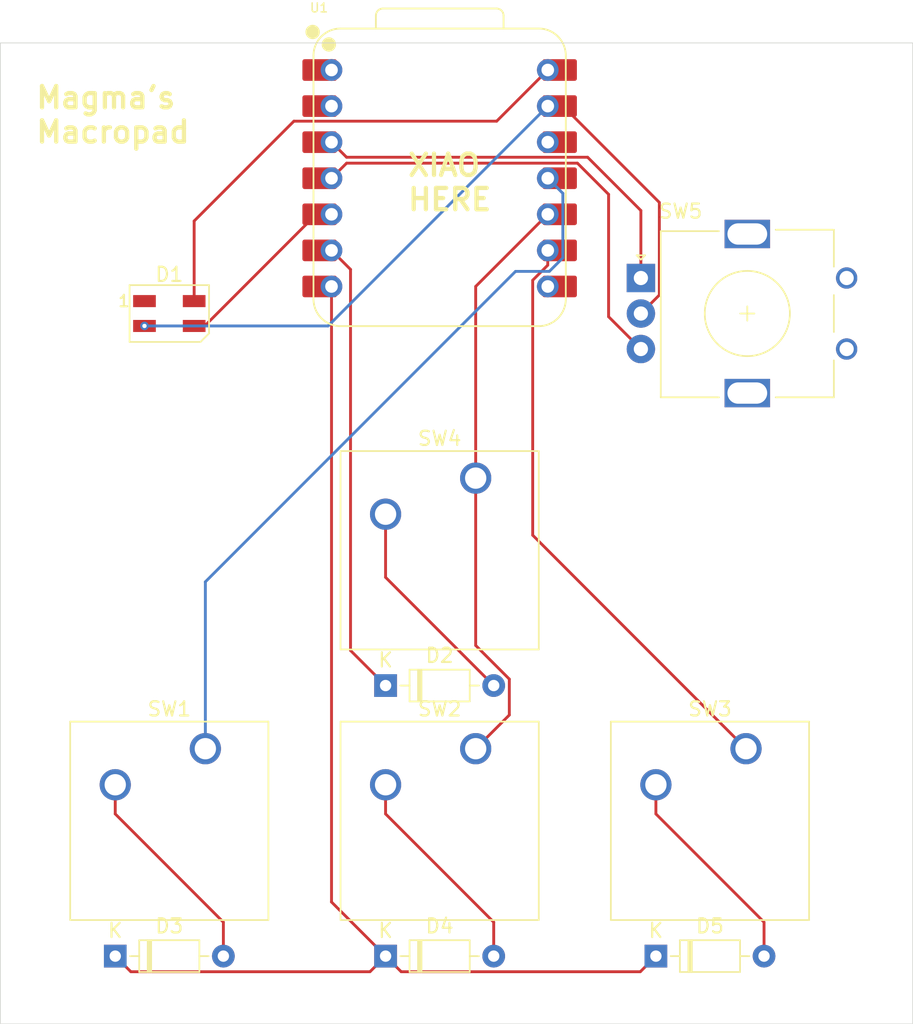
<source format=kicad_pcb>
(kicad_pcb (version 20240108) (generator "pcbnew") (generator_version "8.0")
  (layers (0 "F.Cu" signal) (31 "B.Cu" signal) (34 "B.Paste" user) (35 "F.Paste" user) (36 "B.SilkS" user "B.Silkscreen") (37 "F.SilkS" user "F.Silkscreen") (38 "B.Mask" user) (39 "F.Mask" user) (44 "Edge.Cuts" user))
  (net 0 "")
  (net 1 "Net-(D1-DIN)")
  (net 3 "GND")
  (net 4 "+5V")
  (net 5 "Net-(D2-A)")
  (net 6 "Row0")
  (net 7 "Row1")
  (net 8 "Net-(D3-A)")
  (net 9 "Net-(D4-A)")
  (net 10 "Net-(D5-A)")
  (net 11 "Column0")
  (net 12 "Column1")
  (net 13 "Column2")
  (net 14 "encoder B")
  (net 15 "encoder A")
  (footprint "Button_Switch_Keyboard:SW_Cherry_MX_1.00u_PCB" (layer "F.Cu") (at 85.88375 104.4575)
    (property "Reference" "SW1" (at -2.54 -2.794 0) (layer "F.SilkS"))
    (property "Value" "SW_Push")
    (fp_line (start -9.525 -1.905) (end 4.445 -1.905) (stroke (width 0.12)) (layer "F.SilkS"))
    (fp_line (start -9.525 12.065) (end -9.525 -1.905) (stroke (width 0.12)) (layer "F.SilkS"))
    (fp_line (start 4.445 -1.905) (end 4.445 12.065) (stroke (width 0.12)) (layer "F.SilkS"))
    (fp_line (start 4.445 12.065) (end -9.525 12.065) (stroke (width 0.12)) (layer "F.SilkS"))
    (pad "" np_thru_hole circle (at -7.62 5.08) (size 1.7 1.7) (drill 1.7) (layers "*.Cu" "*.Mask"))
    (pad "" np_thru_hole circle (at -2.54 5.08) (size 4 4) (drill 4) (layers "*.Cu" "*.Mask"))
    (pad "" np_thru_hole circle (at 2.54 5.08) (size 1.7 1.7) (drill 1.7) (layers "*.Cu" "*.Mask"))
    (pad "1" thru_hole circle (at 0 0) (size 2.2 2.2) (drill 1.5) (layers "*.Cu" "*.Mask") (net 11 "Column0"))
    (pad "2" thru_hole circle (at -6.35 2.54) (size 2.2 2.2) (drill 1.5) (layers "*.Cu" "*.Mask") (net 8 "Net-(D3-A)"))
  )
  (footprint "OPL:XIAO-RP2040-DIP" (layer "F.Cu") (at 102.39375 64.29375)
    (property "Reference" "U1" (at -8.5 -12 0) (layer "F.SilkS") (effects (font (size 0.635 0.635) (thickness 0.1016))))
    (property "Value" "XIAO-RP2040-DIP")
    (fp_line (start -8.89 8.509) (end -8.89 -8.636) (stroke (width 0.127)) (layer "F.SilkS"))
    (fp_line (start -6.985 10.414) (end 6.985 10.414) (stroke (width 0.127)) (layer "F.SilkS"))
    (fp_line (start -4.495 -10.541) (end -4.491272 -11.451272) (stroke (width 0.127)) (layer "F.SilkS"))
    (fp_line (start -3.991272 -11.951) (end 4.004 -11.951) (stroke (width 0.127)) (layer "F.SilkS"))
    (fp_line (start 4.504 -11.451) (end 4.504 -10.541) (stroke (width 0.127)) (layer "F.SilkS"))
    (fp_line (start 6.985 -10.541) (end -6.985 -10.541) (stroke (width 0.1)) (layer "F.SilkS"))
    (fp_line (start 6.985 -10.541) (end -6.985 -10.541) (stroke (width 0.127)) (layer "F.SilkS"))
    (fp_line (start 8.89 8.509) (end 8.89 -8.636) (stroke (width 0.127)) (layer "F.SilkS"))
    (fp_arc (start -8.89 -8.636) (mid -8.332038 -9.983038) (end -6.985 -10.541) (stroke (width 0.127)) (layer "F.SilkS"))
    (fp_arc (start -6.985 10.414) (mid -8.332038 9.856038) (end -8.89 8.509) (stroke (width 0.127)) (layer "F.SilkS"))
    (fp_arc (start -4.491272 -11.451272) (mid -4.344724 -11.804644) (end -3.991272 -11.951) (stroke (width 0.127)) (layer "F.SilkS"))
    (fp_arc (start 4.004 -11.951) (mid 4.357553 -11.804553) (end 4.504 -11.451) (stroke (width 0.127)) (layer "F.SilkS"))
    (fp_arc (start 6.985 -10.541) (mid 8.332038 -9.983038) (end 8.89 -8.636) (stroke (width 0.127)) (layer "F.SilkS"))
    (fp_arc (start 8.89 8.509) (mid 8.332038 9.856038) (end 6.985 10.414) (stroke (width 0.127)) (layer "F.SilkS"))
    (fp_circle (center -8.95 -10.3) (end -8.95 -10.554) (stroke (width 0.5)) (fill solid) (layer "F.SilkS"))
    (fp_circle (center -7.807 -9.42) (end -7.807 -9.674) (stroke (width 0.5)) (fill solid) (layer "F.SilkS"))
    (pad "1" smd roundrect (at -8.455 -7.62 180) (size 2.432 1.524) (layers "F.Cu" "F.Mask") (roundrect_rratio 0.1))
    (pad "1" thru_hole circle (at -7.62 -7.62 180) (size 1.524 1.524) (drill 0.889) (layers "*.Cu" "*.Mask"))
    (pad "2" smd roundrect (at -8.455 -5.08 180) (size 2.432 1.524) (layers "F.Cu" "F.Mask") (roundrect_rratio 0.1))
    (pad "2" thru_hole circle (at -7.62 -5.08 180) (size 1.524 1.524) (drill 0.889) (layers "*.Cu" "*.Mask"))
    (pad "3" smd roundrect (at -8.455 -2.54 180) (size 2.432 1.524) (layers "F.Cu" "F.Mask") (roundrect_rratio 0.1) (net 15 "encoder A"))
    (pad "3" thru_hole circle (at -7.62 -2.54 180) (size 1.524 1.524) (drill 0.889) (layers "*.Cu" "*.Mask") (net 15 "encoder A"))
    (pad "4" smd roundrect (at -8.455 0 180) (size 2.432 1.524) (layers "F.Cu" "F.Mask") (roundrect_rratio 0.1) (net 14 "encoder B"))
    (pad "4" thru_hole circle (at -7.62 0 180) (size 1.524 1.524) (drill 0.889) (layers "*.Cu" "*.Mask") (net 14 "encoder B"))
    (pad "5" smd roundrect (at -8.455 2.54 180) (size 2.432 1.524) (layers "F.Cu" "F.Mask") (roundrect_rratio 0.1) (net 1 "Net-(D1-DIN)"))
    (pad "5" thru_hole circle (at -7.62 2.54 180) (size 1.524 1.524) (drill 0.889) (layers "*.Cu" "*.Mask") (net 1 "Net-(D1-DIN)"))
    (pad "6" smd roundrect (at -8.455 5.08 180) (size 2.432 1.524) (layers "F.Cu" "F.Mask") (roundrect_rratio 0.1) (net 6 "Row0"))
    (pad "6" thru_hole circle (at -7.62 5.08 180) (size 1.524 1.524) (drill 0.889) (layers "*.Cu" "*.Mask") (net 6 "Row0"))
    (pad "7" smd roundrect (at -8.455 7.62 180) (size 2.432 1.524) (layers "F.Cu" "F.Mask") (roundrect_rratio 0.1) (net 7 "Row1"))
    (pad "7" thru_hole circle (at -7.62 7.62 180) (size 1.524 1.524) (drill 0.889) (layers "*.Cu" "*.Mask") (net 7 "Row1"))
    (pad "8" thru_hole circle (at 7.62 7.62) (size 1.524 1.524) (drill 0.889) (layers "*.Cu" "*.Mask"))
    (pad "8" smd roundrect (at 8.455 7.62) (size 2.432 1.524) (layers "F.Cu" "F.Mask") (roundrect_rratio 0.1))
    (pad "9" thru_hole circle (at 7.62 5.08) (size 1.524 1.524) (drill 0.889) (layers "*.Cu" "*.Mask") (net 13 "Column2"))
    (pad "9" smd roundrect (at 8.455 5.08) (size 2.432 1.524) (layers "F.Cu" "F.Mask") (roundrect_rratio 0.1) (net 13 "Column2"))
    (pad "10" thru_hole circle (at 7.62 2.54) (size 1.524 1.524) (drill 0.889) (layers "*.Cu" "*.Mask") (net 12 "Column1"))
    (pad "10" smd roundrect (at 8.455 2.54) (size 2.432 1.524) (layers "F.Cu" "F.Mask") (roundrect_rratio 0.1) (net 12 "Column1"))
    (pad "11" thru_hole circle (at 7.62 0) (size 1.524 1.524) (drill 0.889) (layers "*.Cu" "*.Mask") (net 11 "Column0"))
    (pad "11" smd roundrect (at 8.455 0) (size 2.432 1.524) (layers "F.Cu" "F.Mask") (roundrect_rratio 0.1) (net 11 "Column0"))
    (pad "12" thru_hole circle (at 7.62 -2.54) (size 1.524 1.524) (drill 0.889) (layers "*.Cu" "*.Mask"))
    (pad "12" smd roundrect (at 8.455 -2.54) (size 2.432 1.524) (layers "F.Cu" "F.Mask") (roundrect_rratio 0.1))
    (pad "13" thru_hole circle (at 7.62 -5.08) (size 1.524 1.524) (drill 0.889) (layers "*.Cu" "*.Mask") (net 3 "GND"))
    (pad "13" smd roundrect (at 8.455 -5.08) (size 2.432 1.524) (layers "F.Cu" "F.Mask") (roundrect_rratio 0.1) (net 3 "GND"))
    (pad "14" thru_hole circle (at 7.62 -7.62) (size 1.524 1.524) (drill 0.889) (layers "*.Cu" "*.Mask") (net 4 "+5V"))
    (pad "14" smd roundrect (at 8.455 -7.62) (size 2.432 1.524) (layers "F.Cu" "F.Mask") (roundrect_rratio 0.1) (net 4 "+5V"))
  )
  (footprint "Button_Switch_Keyboard:SW_Cherry_MX_1.00u_PCB" (layer "F.Cu") (at 104.93375 85.4075)
    (property "Reference" "SW4" (at -2.54 -2.794 0) (layer "F.SilkS"))
    (property "Value" "SW_Push")
    (fp_line (start -9.525 -1.905) (end 4.445 -1.905) (stroke (width 0.12)) (layer "F.SilkS"))
    (fp_line (start -9.525 12.065) (end -9.525 -1.905) (stroke (width 0.12)) (layer "F.SilkS"))
    (fp_line (start 4.445 -1.905) (end 4.445 12.065) (stroke (width 0.12)) (layer "F.SilkS"))
    (fp_line (start 4.445 12.065) (end -9.525 12.065) (stroke (width 0.12)) (layer "F.SilkS"))
    (pad "" np_thru_hole circle (at -7.62 5.08) (size 1.7 1.7) (drill 1.7) (layers "*.Cu" "*.Mask"))
    (pad "" np_thru_hole circle (at -2.54 5.08) (size 4 4) (drill 4) (layers "*.Cu" "*.Mask"))
    (pad "" np_thru_hole circle (at 2.54 5.08) (size 1.7 1.7) (drill 1.7) (layers "*.Cu" "*.Mask"))
    (pad "1" thru_hole circle (at 0 0) (size 2.2 2.2) (drill 1.5) (layers "*.Cu" "*.Mask") (net 12 "Column1"))
    (pad "2" thru_hole circle (at -6.35 2.54) (size 2.2 2.2) (drill 1.5) (layers "*.Cu" "*.Mask") (net 5 "Net-(D2-A)"))
  )
  (footprint "Diode_THT:D_DO-35_SOD27_P7.62mm_Horizontal" (layer "F.Cu") (at 79.53375 119.0625)
    (property "Reference" "D3" (at 3.81 -2.12 0) (layer "F.SilkS"))
    (property "Value" "D")
    (fp_line (start 1.04 0) (end 1.69 0) (stroke (width 0.12)) (layer "F.SilkS"))
    (fp_line (start 1.69 -1.12) (end 1.69 1.12) (stroke (width 0.12)) (layer "F.SilkS"))
    (fp_line (start 1.69 1.12) (end 5.93 1.12) (stroke (width 0.12)) (layer "F.SilkS"))
    (fp_line (start 2.29 -1.12) (end 2.29 1.12) (stroke (width 0.12)) (layer "F.SilkS"))
    (fp_line (start 2.41 -1.12) (end 2.41 1.12) (stroke (width 0.12)) (layer "F.SilkS"))
    (fp_line (start 2.53 -1.12) (end 2.53 1.12) (stroke (width 0.12)) (layer "F.SilkS"))
    (fp_line (start 5.93 -1.12) (end 1.69 -1.12) (stroke (width 0.12)) (layer "F.SilkS"))
    (fp_line (start 5.93 1.12) (end 5.93 -1.12) (stroke (width 0.12)) (layer "F.SilkS"))
    (fp_line (start 6.58 0) (end 5.93 0) (stroke (width 0.12)) (layer "F.SilkS"))
    (fp_text user "K" (at 0 -1.8 0) (layer "F.SilkS"))
    (pad "1" thru_hole rect (at 0 0) (size 1.6 1.6) (drill 0.8) (layers "*.Cu" "*.Mask") (net 7 "Row1"))
    (pad "2" thru_hole oval (at 7.62 0) (size 1.6 1.6) (drill 0.8) (layers "*.Cu" "*.Mask") (net 8 "Net-(D3-A)"))
  )
  (footprint "LED_SMD:LED_SK6812MINI_PLCC4_3.5x3.5mm_P1.75mm" (layer "F.Cu") (at 83.34375 73.81875)
    (property "Reference" "D1" (at 0 -2.75 0) (layer "F.SilkS"))
    (property "Value" "SK6812MINI")
    (fp_line (start -2.8 -2) (end -2.8 2) (stroke (width 0.12)) (layer "F.SilkS"))
    (fp_line (start -2.8 -2) (end 2.8 -2) (stroke (width 0.12)) (layer "F.SilkS"))
    (fp_line (start -2.8 2) (end 2.2 2) (stroke (width 0.12)) (layer "F.SilkS"))
    (fp_line (start 2.8 1.4) (end 2.2 2) (stroke (width 0.12)) (layer "F.SilkS"))
    (fp_line (start 2.8 1.4) (end 2.8 -2) (stroke (width 0.12)) (layer "F.SilkS"))
    (fp_text user "1" (at -3.2 -0.875 0) (layer "F.SilkS") (effects (font (size 0.8 0.8))))
    (pad "1" smd rect (at -1.75 -0.875) (size 1.6 0.85) (layers "F.Cu" "F.Paste" "F.Mask"))
    (pad "2" smd rect (at -1.75 0.875) (size 1.6 0.85) (layers "F.Cu" "F.Paste" "F.Mask") (net 3 "GND"))
    (pad "3" smd rect (at 1.75 0.875) (size 1.6 0.85) (layers "F.Cu" "F.Paste" "F.Mask") (net 1 "Net-(D1-DIN)"))
    (pad "4" smd rect (at 1.75 -0.875) (size 1.6 0.85) (layers "F.Cu" "F.Paste" "F.Mask") (net 4 "+5V"))
  )
  (footprint "Diode_THT:D_DO-35_SOD27_P7.62mm_Horizontal" (layer "F.Cu") (at 98.58375 100.0125)
    (property "Reference" "D2" (at 3.81 -2.12 0) (layer "F.SilkS"))
    (property "Value" "D")
    (fp_line (start 1.04 0) (end 1.69 0) (stroke (width 0.12)) (layer "F.SilkS"))
    (fp_line (start 1.69 -1.12) (end 1.69 1.12) (stroke (width 0.12)) (layer "F.SilkS"))
    (fp_line (start 1.69 1.12) (end 5.93 1.12) (stroke (width 0.12)) (layer "F.SilkS"))
    (fp_line (start 2.29 -1.12) (end 2.29 1.12) (stroke (width 0.12)) (layer "F.SilkS"))
    (fp_line (start 2.41 -1.12) (end 2.41 1.12) (stroke (width 0.12)) (layer "F.SilkS"))
    (fp_line (start 2.53 -1.12) (end 2.53 1.12) (stroke (width 0.12)) (layer "F.SilkS"))
    (fp_line (start 5.93 -1.12) (end 1.69 -1.12) (stroke (width 0.12)) (layer "F.SilkS"))
    (fp_line (start 5.93 1.12) (end 5.93 -1.12) (stroke (width 0.12)) (layer "F.SilkS"))
    (fp_line (start 6.58 0) (end 5.93 0) (stroke (width 0.12)) (layer "F.SilkS"))
    (fp_text user "K" (at 0 -1.8 0) (layer "F.SilkS"))
    (pad "1" thru_hole rect (at 0 0) (size 1.6 1.6) (drill 0.8) (layers "*.Cu" "*.Mask") (net 6 "Row0"))
    (pad "2" thru_hole oval (at 7.62 0) (size 1.6 1.6) (drill 0.8) (layers "*.Cu" "*.Mask") (net 5 "Net-(D2-A)"))
  )
  (footprint "Button_Switch_Keyboard:SW_Cherry_MX_1.00u_PCB" (layer "F.Cu") (at 123.98375 104.4575)
    (property "Reference" "SW3" (at -2.54 -2.794 0) (layer "F.SilkS"))
    (property "Value" "SW_Push")
    (fp_line (start -9.525 -1.905) (end 4.445 -1.905) (stroke (width 0.12)) (layer "F.SilkS"))
    (fp_line (start -9.525 12.065) (end -9.525 -1.905) (stroke (width 0.12)) (layer "F.SilkS"))
    (fp_line (start 4.445 -1.905) (end 4.445 12.065) (stroke (width 0.12)) (layer "F.SilkS"))
    (fp_line (start 4.445 12.065) (end -9.525 12.065) (stroke (width 0.12)) (layer "F.SilkS"))
    (pad "" np_thru_hole circle (at -7.62 5.08) (size 1.7 1.7) (drill 1.7) (layers "*.Cu" "*.Mask"))
    (pad "" np_thru_hole circle (at -2.54 5.08) (size 4 4) (drill 4) (layers "*.Cu" "*.Mask"))
    (pad "" np_thru_hole circle (at 2.54 5.08) (size 1.7 1.7) (drill 1.7) (layers "*.Cu" "*.Mask"))
    (pad "1" thru_hole circle (at 0 0) (size 2.2 2.2) (drill 1.5) (layers "*.Cu" "*.Mask") (net 13 "Column2"))
    (pad "2" thru_hole circle (at -6.35 2.54) (size 2.2 2.2) (drill 1.5) (layers "*.Cu" "*.Mask") (net 10 "Net-(D5-A)"))
  )
  (footprint "Button_Switch_Keyboard:SW_Cherry_MX_1.00u_PCB" (layer "F.Cu") (at 104.93375 104.4575)
    (property "Reference" "SW2" (at -2.54 -2.794 0) (layer "F.SilkS"))
    (property "Value" "SW_Push")
    (fp_line (start -9.525 -1.905) (end 4.445 -1.905) (stroke (width 0.12)) (layer "F.SilkS"))
    (fp_line (start -9.525 12.065) (end -9.525 -1.905) (stroke (width 0.12)) (layer "F.SilkS"))
    (fp_line (start 4.445 -1.905) (end 4.445 12.065) (stroke (width 0.12)) (layer "F.SilkS"))
    (fp_line (start 4.445 12.065) (end -9.525 12.065) (stroke (width 0.12)) (layer "F.SilkS"))
    (pad "" np_thru_hole circle (at -7.62 5.08) (size 1.7 1.7) (drill 1.7) (layers "*.Cu" "*.Mask"))
    (pad "" np_thru_hole circle (at -2.54 5.08) (size 4 4) (drill 4) (layers "*.Cu" "*.Mask"))
    (pad "" np_thru_hole circle (at 2.54 5.08) (size 1.7 1.7) (drill 1.7) (layers "*.Cu" "*.Mask"))
    (pad "1" thru_hole circle (at 0 0) (size 2.2 2.2) (drill 1.5) (layers "*.Cu" "*.Mask") (net 12 "Column1"))
    (pad "2" thru_hole circle (at -6.35 2.54) (size 2.2 2.2) (drill 1.5) (layers "*.Cu" "*.Mask") (net 9 "Net-(D4-A)"))
  )
  (footprint "Diode_THT:D_DO-35_SOD27_P7.62mm_Horizontal" (layer "F.Cu") (at 117.63375 119.0625)
    (property "Reference" "D5" (at 3.81 -2.12 0) (layer "F.SilkS"))
    (property "Value" "D")
    (fp_line (start 1.04 0) (end 1.69 0) (stroke (width 0.12)) (layer "F.SilkS"))
    (fp_line (start 1.69 -1.12) (end 1.69 1.12) (stroke (width 0.12)) (layer "F.SilkS"))
    (fp_line (start 1.69 1.12) (end 5.93 1.12) (stroke (width 0.12)) (layer "F.SilkS"))
    (fp_line (start 2.29 -1.12) (end 2.29 1.12) (stroke (width 0.12)) (layer "F.SilkS"))
    (fp_line (start 2.41 -1.12) (end 2.41 1.12) (stroke (width 0.12)) (layer "F.SilkS"))
    (fp_line (start 2.53 -1.12) (end 2.53 1.12) (stroke (width 0.12)) (layer "F.SilkS"))
    (fp_line (start 5.93 -1.12) (end 1.69 -1.12) (stroke (width 0.12)) (layer "F.SilkS"))
    (fp_line (start 5.93 1.12) (end 5.93 -1.12) (stroke (width 0.12)) (layer "F.SilkS"))
    (fp_line (start 6.58 0) (end 5.93 0) (stroke (width 0.12)) (layer "F.SilkS"))
    (fp_text user "K" (at 0 -1.8 0) (layer "F.SilkS"))
    (pad "1" thru_hole rect (at 0 0) (size 1.6 1.6) (drill 0.8) (layers "*.Cu" "*.Mask") (net 7 "Row1"))
    (pad "2" thru_hole oval (at 7.62 0) (size 1.6 1.6) (drill 0.8) (layers "*.Cu" "*.Mask") (net 10 "Net-(D5-A)"))
  )
  (footprint "Rotary_Encoder:RotaryEncoder_Alps_EC11E_Vertical_H20mm" (layer "F.Cu") (at 116.575 71.31875)
    (property "Reference" "SW5" (at 2.8 -4.7 0) (layer "F.SilkS"))
    (property "Value" "RotaryEncoder")
    (fp_line (start -0.3 -1.6) (end 0.3 -1.6) (stroke (width 0.12)) (layer "F.SilkS"))
    (fp_line (start 0 -1.3) (end -0.3 -1.6) (stroke (width 0.12)) (layer "F.SilkS"))
    (fp_line (start 0.3 -1.6) (end 0 -1.3) (stroke (width 0.12)) (layer "F.SilkS"))
    (fp_line (start 1.4 -3.3) (end 1.4 8.4) (stroke (width 0.12)) (layer "F.SilkS"))
    (fp_line (start 5.5 -3.3) (end 1.4 -3.3) (stroke (width 0.12)) (layer "F.SilkS"))
    (fp_line (start 5.5 8.4) (end 1.4 8.4) (stroke (width 0.12)) (layer "F.SilkS"))
    (fp_line (start 7 2.5) (end 8 2.5) (stroke (width 0.12)) (layer "F.SilkS"))
    (fp_line (start 7.5 2) (end 7.5 3) (stroke (width 0.12)) (layer "F.SilkS"))
    (fp_line (start 9.5 -3.4) (end 13.6 -3.4) (stroke (width 0.12)) (layer "F.SilkS"))
    (fp_line (start 13.6 -3.4) (end 13.6 -0.8) (stroke (width 0.12)) (layer "F.SilkS"))
    (fp_line (start 13.6 1.2) (end 13.6 3.8) (stroke (width 0.12)) (layer "F.SilkS"))
    (fp_line (start 13.6 5.8) (end 13.6 8.4) (stroke (width 0.12)) (layer "F.SilkS"))
    (fp_line (start 13.6 8.4) (end 9.5 8.4) (stroke (width 0.12)) (layer "F.SilkS"))
    (fp_circle (center 7.5 2.5) (end 10.5 2.5) (stroke (width 0.12)) (fill none) (layer "F.SilkS"))
    (pad "" thru_hole circle (at 14.5 0) (size 1.5 1.5) (drill 1) (layers "*.Cu" "*.Mask"))
    (pad "" thru_hole circle (at 14.5 5) (size 1.5 1.5) (drill 1) (layers "*.Cu" "*.Mask"))
    (pad "A" thru_hole rect (at 0 0) (size 2 2) (drill 1) (layers "*.Cu" "*.Mask") (net 15 "encoder A"))
    (pad "B" thru_hole circle (at 0 5) (size 2 2) (drill 1) (layers "*.Cu" "*.Mask") (net 14 "encoder B"))
    (pad "C" thru_hole circle (at 0 2.5) (size 2 2) (drill 1) (layers "*.Cu" "*.Mask") (net 3 "GND"))
    (pad "MP" thru_hole rect (at 7.5 -3.1) (size 3.2 2) (drill oval 2.8 1.5) (layers "*.Cu" "*.Mask"))
    (pad "MP" thru_hole rect (at 7.5 8.1) (size 3.2 2) (drill oval 2.8 1.5) (layers "*.Cu" "*.Mask"))
  )
  (footprint "Diode_THT:D_DO-35_SOD27_P7.62mm_Horizontal" (layer "F.Cu") (at 98.58375 119.0625)
    (property "Reference" "D4" (at 3.81 -2.12 0) (layer "F.SilkS"))
    (property "Value" "D")
    (fp_line (start 1.04 0) (end 1.69 0) (stroke (width 0.12)) (layer "F.SilkS"))
    (fp_line (start 1.69 -1.12) (end 1.69 1.12) (stroke (width 0.12)) (layer "F.SilkS"))
    (fp_line (start 1.69 1.12) (end 5.93 1.12) (stroke (width 0.12)) (layer "F.SilkS"))
    (fp_line (start 2.29 -1.12) (end 2.29 1.12) (stroke (width 0.12)) (layer "F.SilkS"))
    (fp_line (start 2.41 -1.12) (end 2.41 1.12) (stroke (width 0.12)) (layer "F.SilkS"))
    (fp_line (start 2.53 -1.12) (end 2.53 1.12) (stroke (width 0.12)) (layer "F.SilkS"))
    (fp_line (start 5.93 -1.12) (end 1.69 -1.12) (stroke (width 0.12)) (layer "F.SilkS"))
    (fp_line (start 5.93 1.12) (end 5.93 -1.12) (stroke (width 0.12)) (layer "F.SilkS"))
    (fp_line (start 6.58 0) (end 5.93 0) (stroke (width 0.12)) (layer "F.SilkS"))
    (fp_text user "K" (at 0 -1.8 0) (layer "F.SilkS"))
    (pad "1" thru_hole rect (at 0 0) (size 1.6 1.6) (drill 0.8) (layers "*.Cu" "*.Mask") (net 7 "Row1"))
    (pad "2" thru_hole oval (at 7.62 0) (size 1.6 1.6) (drill 0.8) (layers "*.Cu" "*.Mask") (net 9 "Net-(D4-A)"))
  )
  (gr_rect (start 71.4375 54.76875) (end 135.73125 123.825) (stroke (width 0.05)) (fill none) (layer "Edge.Cuts"))
  (gr_text "Magma's\nMacropad" (at 73.81875 61.9125 0) (layer "F.SilkS") (effects (font (size 1.5 1.5) (thickness 0.3) (bold yes)) (justify left bottom)))
  (gr_text "XIAO\nHERE" (at 100.0125 66.675 0) (layer "F.SilkS") (effects (font (size 1.5 1.5) (thickness 0.3) (bold yes)) (justify left bottom)))
  (segment (start 93.69612 66.83375) (end 85.83612 74.69375) (width 0.2) (layer "F.Cu") (net 1))
  (segment (start 94.77375 66.83375) (end 93.69612 66.83375) (width 0.2) (layer "F.Cu") (net 1))
  (segment (start 85.83612 74.69375) (end 85.09375 74.69375) (width 0.2) (layer "F.Cu") (net 1))
  (segment (start 117.875 65.99737) (end 117.875 72.51875) (width 0.2) (layer "F.Cu") (net 3))
  (segment (start 110.01375 59.21375) (end 111.09138 59.21375) (width 0.2) (layer "F.Cu") (net 3))
  (segment (start 117.875 72.51875) (end 116.575 73.81875) (width 0.2) (layer "F.Cu") (net 3))
  (segment (start 111.09138 59.21375) (end 117.875 65.99737) (width 0.2) (layer "F.Cu") (net 3))
  (via (at 81.59375 74.69375) (size 0.6) (drill 0.3) (layers "F.Cu" "B.Cu") (net 3))
  (segment (start 94.53375 74.69375) (end 81.59375 74.69375) (width 0.2) (layer "B.Cu") (net 3))
  (segment (start 110.01375 59.21375) (end 94.53375 74.69375) (width 0.2) (layer "B.Cu") (net 3))
  (segment (start 110.01375 56.67375) (end 106.41175 60.27575) (width 0.2) (layer "F.Cu") (net 4))
  (segment (start 92.12425 60.27575) (end 85.09375 67.30625) (width 0.2) (layer "F.Cu") (net 4))
  (segment (start 106.41175 60.27575) (end 92.12425 60.27575) (width 0.2) (layer "F.Cu") (net 4))
  (segment (start 85.09375 67.30625) (end 85.09375 72.94375) (width 0.2) (layer "F.Cu") (net 4))
  (segment (start 98.58375 87.9475) (end 98.58375 92.3925) (width 0.2) (layer "F.Cu") (net 5))
  (segment (start 98.58375 92.3925) (end 106.20375 100.0125) (width 0.2) (layer "F.Cu") (net 5))
  (segment (start 96.11375 97.5425) (end 98.58375 100.0125) (width 0.2) (layer "F.Cu") (net 6))
  (segment (start 96.11375 70.71375) (end 96.11375 97.5425) (width 0.2) (layer "F.Cu") (net 6))
  (segment (start 94.77375 69.37375) (end 96.11375 70.71375) (width 0.2) (layer "F.Cu") (net 6))
  (segment (start 116.53375 120.1625) (end 117.63375 119.0625) (width 0.2) (layer "F.Cu") (net 7))
  (segment (start 99.68375 120.1625) (end 116.53375 120.1625) (width 0.2) (layer "F.Cu") (net 7))
  (segment (start 94.77375 71.91375) (end 94.77375 115.2525) (width 0.2) (layer "F.Cu") (net 7))
  (segment (start 98.58375 119.0625) (end 99.68375 120.1625) (width 0.2) (layer "F.Cu") (net 7))
  (segment (start 94.77375 115.2525) (end 98.58375 119.0625) (width 0.2) (layer "F.Cu") (net 7))
  (segment (start 97.48375 120.1625) (end 98.58375 119.0625) (width 0.2) (layer "F.Cu") (net 7))
  (segment (start 80.63375 120.1625) (end 97.48375 120.1625) (width 0.2) (layer "F.Cu") (net 7))
  (segment (start 79.53375 119.0625) (end 80.63375 120.1625) (width 0.2) (layer "F.Cu") (net 7))
  (segment (start 87.15375 116.670902) (end 87.15375 119.0625) (width 0.2) (layer "F.Cu") (net 8))
  (segment (start 79.53375 106.9975) (end 79.53375 109.050902) (width 0.2) (layer "F.Cu") (net 8))
  (segment (start 79.53375 109.050902) (end 87.15375 116.670902) (width 0.2) (layer "F.Cu") (net 8))
  (segment (start 98.58375 106.9975) (end 98.58375 109.050902) (width 0.2) (layer "F.Cu") (net 9))
  (segment (start 106.20375 116.670902) (end 106.20375 119.0625) (width 0.2) (layer "F.Cu") (net 9))
  (segment (start 98.58375 109.050902) (end 106.20375 116.670902) (width 0.2) (layer "F.Cu") (net 9))
  (segment (start 117.63375 106.9975) (end 117.63375 109.050902) (width 0.2) (layer "F.Cu") (net 10))
  (segment (start 125.25375 116.670902) (end 125.25375 119.0625) (width 0.2) (layer "F.Cu") (net 10))
  (segment (start 117.63375 109.050902) (end 125.25375 116.670902) (width 0.2) (layer "F.Cu") (net 10))
  (segment (start 111.07575 65.35575) (end 111.07575 69.89925) (width 0.2) (layer "B.Cu") (net 11))
  (segment (start 111.07575 69.89925) (end 110.12325 70.85175) (width 0.2) (layer "B.Cu") (net 11))
  (segment (start 107.742 70.85175) (end 85.88375 92.71) (width 0.2) (layer "B.Cu") (net 11))
  (segment (start 110.01375 64.29375) (end 111.07575 65.35575) (width 0.2) (layer "B.Cu") (net 11))
  (segment (start 110.12325 70.85175) (end 107.742 70.85175) (width 0.2) (layer "B.Cu") (net 11))
  (segment (start 85.88375 92.71) (end 85.88375 104.4575) (width 0.2) (layer "B.Cu") (net 11))
  (segment (start 104.93375 97.186865) (end 107.30375 99.556865) (width 0.2) (layer "F.Cu") (net 12))
  (segment (start 110.01375 66.83375) (end 104.93375 71.91375) (width 0.2) (layer "F.Cu") (net 12))
  (segment (start 104.93375 85.4075) (end 104.93375 97.186865) (width 0.2) (layer "F.Cu") (net 12))
  (segment (start 107.30375 102.0875) (end 104.93375 104.4575) (width 0.2) (layer "F.Cu") (net 12))
  (segment (start 107.30375 99.556865) (end 107.30375 102.0875) (width 0.2) (layer "F.Cu") (net 12))
  (segment (start 104.93375 71.91375) (end 104.93375 85.4075) (width 0.2) (layer "F.Cu") (net 12))
  (segment (start 110.01375 69.37375) (end 110.01375 70.411855) (width 0.2) (layer "F.Cu") (net 13))
  (segment (start 108.95175 89.4255) (end 123.98375 104.4575) (width 0.2) (layer "F.Cu") (net 13))
  (segment (start 108.95175 71.473855) (end 108.95175 89.4255) (width 0.2) (layer "F.Cu") (net 13))
  (segment (start 110.01375 70.411855) (end 108.95175 71.473855) (width 0.2) (layer "F.Cu") (net 13))
  (segment (start 110.01375 69.37375) (end 111.09138 69.37375) (width 0.2) (layer "F.Cu") (net 13))
  (segment (start 95.83575 63.23175) (end 112.103964 63.23175) (width 0.2) (layer "F.Cu") (net 14))
  (segment (start 94.77375 64.29375) (end 95.83575 63.23175) (width 0.2) (layer "F.Cu") (net 14))
  (segment (start 112.103964 63.23175) (end 114.3 65.427786) (width 0.2) (layer "F.Cu") (net 14))
  (segment (start 114.3 74.04375) (end 116.575 76.31875) (width 0.2) (layer "F.Cu") (net 14))
  (segment (start 114.3 65.427786) (end 114.3 74.04375) (width 0.2) (layer "F.Cu") (net 14))
  (segment (start 112.822 62.81575) (end 116.575 66.56875) (width 0.2) (layer "F.Cu") (net 15))
  (segment (start 116.575 66.56875) (end 116.575 71.31875) (width 0.2) (layer "F.Cu") (net 15))
  (segment (start 95.83575 62.81575) (end 112.822 62.81575) (width 0.2) (layer "F.Cu") (net 15))
  (segment (start 94.77375 61.75375) (end 95.83575 62.81575) (width 0.2) (layer "F.Cu") (net 15))
)
</source>
